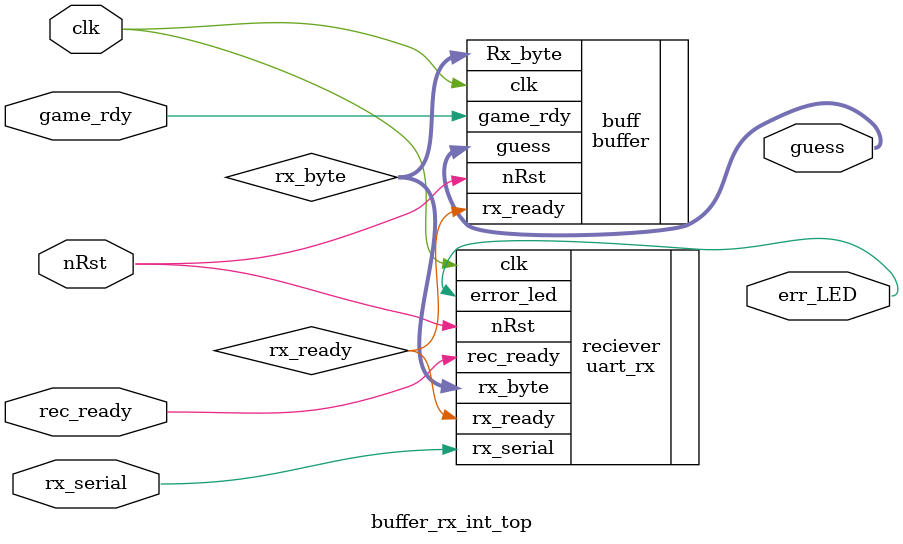
<source format=sv>
/* UART Reciever + Buffer Integration Module
Descriuption: x
*/

module buffer_rx_int_top (
    input logic clk, nRst, rx_serial, rec_ready, game_rdy, //Input of UART_Rx
    output logic err_LED, //output of UART_Rx 
    output logic [7:0] guess //output of buffer
);
logic rx_ready; //output of UART_Rx, rx_ready is also input of buffer
logic [7:0] rx_byte; //output of UART_Rx and input of buffer

buffer buff (.clk(clk), .nRst(nRst), .Rx_byte(rx_byte), .game_rdy(game_rdy), .rx_ready(rx_ready), .guess(guess));
uart_rx reciever(.clk(clk), .nRst(nRst), .rx_serial(rx_serial), .rec_ready(rec_ready), .error_led(err_LED), .rx_ready(rx_ready), .rx_byte(rx_byte));

endmodule
</source>
